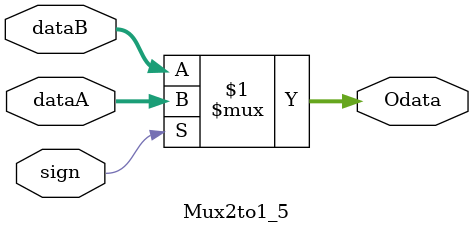
<source format=v>
module Mux2to1_5(
    // 输入信号
    input [4:0] dataA,  // 5 位输入信号 A
    input [4:0] dataB,  // 5 位输入信号 B
    input sign,          // 选择信号（1 或 0）

    // 输出信号
    output wire [4:0] Odata  // 5 位输出信号
);

// 根据选择信号 sign 选择输出数据
// 如果 sign 为 1，则输出 dataA；否则输出 dataB
assign Odata = sign ? dataA : dataB;

endmodule

</source>
